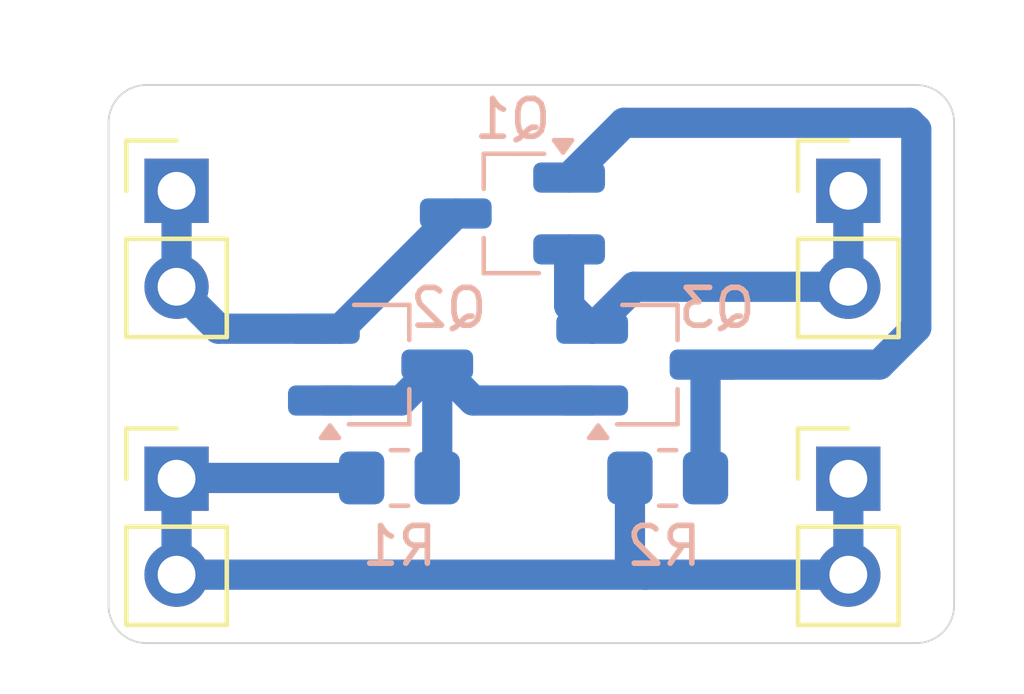
<source format=kicad_pcb>
(kicad_pcb (version 20240108) (generator "pcbnew") (generator_version "8.0")
  (title_block (title "Ideal Diode") (date "2024-04-20") (company "Perry Leuams"))
  (layers (0 "F.Cu" signal) (31 "B.Cu" signal) (34 "B.Paste" user) (35 "F.Paste" user) (36 "B.SilkS" user "B.Silkscreen") (37 "F.SilkS" user "F.Silkscreen") (38 "B.Mask" user) (39 "F.Mask" user) (44 "Edge.Cuts" user))
  (net 0 "")
  (net 1 "GND")
  (net 2 "/Vin")
  (net 3 "/Vout")
  (net 4 "Net-(Q1-G)")
  (net 5 "Net-(Q2-B)")
  (footprint "Connector_PinHeader_2.54mm:PinHeader_1x02_P2.54mm_Vertical" (layer "F.Cu") (at 167.78 100)
    (property "Reference" "J3" (hide yes))
    (property "Value" "Conn_01x02")
    (fp_line (start -1.33 -1.33) (end 0 -1.33) (stroke (width 0.12)) (layer "F.SilkS"))
    (fp_line (start -1.33 0) (end -1.33 -1.33) (stroke (width 0.12)) (layer "F.SilkS"))
    (fp_line (start -1.33 1.27) (end -1.33 3.87) (stroke (width 0.12)) (layer "F.SilkS"))
    (fp_line (start -1.33 1.27) (end 1.33 1.27) (stroke (width 0.12)) (layer "F.SilkS"))
    (fp_line (start -1.33 3.87) (end 1.33 3.87) (stroke (width 0.12)) (layer "F.SilkS"))
    (fp_line (start 1.33 1.27) (end 1.33 3.87) (stroke (width 0.12)) (layer "F.SilkS"))
    (pad "1" thru_hole rect (at 0 0) (size 1.7 1.7) (drill 1) (layers "*.Cu" "*.Mask") (net 3 "/Vout"))
    (pad "2" thru_hole oval (at 0 2.54) (size 1.7 1.7) (drill 1) (layers "*.Cu" "*.Mask") (net 3 "/Vout"))
  )
  (footprint "Connector_PinHeader_2.54mm:PinHeader_1x02_P2.54mm_Vertical" (layer "F.Cu") (at 167.78 107.62)
    (property "Reference" "J4" (hide yes))
    (property "Value" "Conn_01x02")
    (fp_line (start -1.33 -1.33) (end 0 -1.33) (stroke (width 0.12)) (layer "F.SilkS"))
    (fp_line (start -1.33 0) (end -1.33 -1.33) (stroke (width 0.12)) (layer "F.SilkS"))
    (fp_line (start -1.33 1.27) (end -1.33 3.87) (stroke (width 0.12)) (layer "F.SilkS"))
    (fp_line (start -1.33 1.27) (end 1.33 1.27) (stroke (width 0.12)) (layer "F.SilkS"))
    (fp_line (start -1.33 3.87) (end 1.33 3.87) (stroke (width 0.12)) (layer "F.SilkS"))
    (fp_line (start 1.33 1.27) (end 1.33 3.87) (stroke (width 0.12)) (layer "F.SilkS"))
    (pad "1" thru_hole rect (at 0 0) (size 1.7 1.7) (drill 1) (layers "*.Cu" "*.Mask") (net 1 "GND"))
    (pad "2" thru_hole oval (at 0 2.54) (size 1.7 1.7) (drill 1) (layers "*.Cu" "*.Mask") (net 1 "GND"))
  )
  (footprint "Connector_PinHeader_2.54mm:PinHeader_1x02_P2.54mm_Vertical" (layer "F.Cu") (at 150 107.62)
    (property "Reference" "J2" (hide yes))
    (property "Value" "Conn_01x02")
    (fp_line (start -1.33 -1.33) (end 0 -1.33) (stroke (width 0.12)) (layer "F.SilkS"))
    (fp_line (start -1.33 0) (end -1.33 -1.33) (stroke (width 0.12)) (layer "F.SilkS"))
    (fp_line (start -1.33 1.27) (end -1.33 3.87) (stroke (width 0.12)) (layer "F.SilkS"))
    (fp_line (start -1.33 1.27) (end 1.33 1.27) (stroke (width 0.12)) (layer "F.SilkS"))
    (fp_line (start -1.33 3.87) (end 1.33 3.87) (stroke (width 0.12)) (layer "F.SilkS"))
    (fp_line (start 1.33 1.27) (end 1.33 3.87) (stroke (width 0.12)) (layer "F.SilkS"))
    (pad "1" thru_hole rect (at 0 0) (size 1.7 1.7) (drill 1) (layers "*.Cu" "*.Mask") (net 1 "GND"))
    (pad "2" thru_hole oval (at 0 2.54) (size 1.7 1.7) (drill 1) (layers "*.Cu" "*.Mask") (net 1 "GND"))
  )
  (footprint "Connector_PinHeader_2.54mm:PinHeader_1x02_P2.54mm_Vertical" (layer "F.Cu") (at 150 100)
    (property "Reference" "J1" (hide yes))
    (property "Value" "Conn_01x02")
    (fp_line (start -1.33 -1.33) (end 0 -1.33) (stroke (width 0.12)) (layer "F.SilkS"))
    (fp_line (start -1.33 0) (end -1.33 -1.33) (stroke (width 0.12)) (layer "F.SilkS"))
    (fp_line (start -1.33 1.27) (end -1.33 3.87) (stroke (width 0.12)) (layer "F.SilkS"))
    (fp_line (start -1.33 1.27) (end 1.33 1.27) (stroke (width 0.12)) (layer "F.SilkS"))
    (fp_line (start -1.33 3.87) (end 1.33 3.87) (stroke (width 0.12)) (layer "F.SilkS"))
    (fp_line (start 1.33 1.27) (end 1.33 3.87) (stroke (width 0.12)) (layer "F.SilkS"))
    (pad "1" thru_hole rect (at 0 0) (size 1.7 1.7) (drill 1) (layers "*.Cu" "*.Mask") (net 2 "/Vin"))
    (pad "2" thru_hole oval (at 0 2.54) (size 1.7 1.7) (drill 1) (layers "*.Cu" "*.Mask") (net 2 "/Vin"))
  )
  (footprint "Resistor_SMD:R_0805_2012Metric_Pad1.20x1.40mm_HandSolder" (layer "B.Cu") (at 163 107.6 180)
    (property "Reference" "R2" (at 0.1 -1.8 180) (layer "B.SilkS") (effects (justify mirror)))
    (property "Value" "100k")
    (fp_line (start 0.227064 0.735) (end -0.227064 0.735) (stroke (width 0.12)) (layer "B.SilkS"))
    (fp_line (start 0.227064 -0.735) (end -0.227064 -0.735) (stroke (width 0.12)) (layer "B.SilkS"))
    (pad "1" smd roundrect (at -1 0 180) (size 1.2 1.4) (layers "B.Cu" "B.Paste" "B.Mask") (roundrect_rratio 0.208333) (net 4 "Net-(Q1-G)"))
    (pad "2" smd roundrect (at 1 0 180) (size 1.2 1.4) (layers "B.Cu" "B.Paste" "B.Mask") (roundrect_rratio 0.208333) (net 1 "GND"))
  )
  (footprint "Resistor_SMD:R_0805_2012Metric_Pad1.20x1.40mm_HandSolder" (layer "B.Cu") (at 155.9 107.6 180)
    (property "Reference" "R1" (at 0 -1.8 180) (layer "B.SilkS") (effects (justify mirror)))
    (property "Value" "65k")
    (fp_line (start 0.227064 0.735) (end -0.227064 0.735) (stroke (width 0.12)) (layer "B.SilkS"))
    (fp_line (start 0.227064 -0.735) (end -0.227064 -0.735) (stroke (width 0.12)) (layer "B.SilkS"))
    (pad "1" smd roundrect (at -1 0 180) (size 1.2 1.4) (layers "B.Cu" "B.Paste" "B.Mask") (roundrect_rratio 0.208333) (net 5 "Net-(Q2-B)"))
    (pad "2" smd roundrect (at 1 0 180) (size 1.2 1.4) (layers "B.Cu" "B.Paste" "B.Mask") (roundrect_rratio 0.208333) (net 1 "GND"))
  )
  (footprint "Package_TO_SOT_SMD:SOT-23_Handsoldering" (layer "B.Cu") (at 158.89 100.6 180)
    (property "Reference" "Q1" (at 0 2.5 180) (layer "B.SilkS") (effects (justify mirror)))
    (property "Value" "DMP4065S-7")
    (fp_line (start 0.76 1.58) (end -0.04 1.58) (stroke (width 0.12)) (layer "B.SilkS"))
    (fp_line (start 0.76 0.65) (end 0.76 1.58) (stroke (width 0.12)) (layer "B.SilkS"))
    (fp_line (start 0.76 -0.65) (end 0.76 -1.58) (stroke (width 0.12)) (layer "B.SilkS"))
    (fp_line (start -0.7 -1.58) (end 0.76 -1.58) (stroke (width 0.12)) (layer "B.SilkS"))
    (fp_line (start -0.84 1.58) (end -0.04 1.58) (stroke (width 0.12)) (layer "B.SilkS"))
    (fp_poly (pts (xy -1.34 1.61) (xy -1.58 1.94) (xy -1.1 1.94) (xy -1.34 1.61)) (stroke (width 0.12)) (fill solid) (layer "B.SilkS"))
    (pad "1" smd roundrect (at -1.5 0.95 180) (size 1.9 0.8) (layers "B.Cu" "B.Paste" "B.Mask") (net 4 "Net-(Q1-G)"))
    (pad "2" smd roundrect (at -1.5 -0.95 180) (size 1.9 0.8) (layers "B.Cu" "B.Paste" "B.Mask") (net 3 "/Vout"))
    (pad "3" smd roundrect (at 1.5 0 180) (size 1.9 0.8) (layers "B.Cu" "B.Paste" "B.Mask") (net 2 "/Vin"))
  )
  (footprint "Package_TO_SOT_SMD:SOT-23_Handsoldering" (layer "B.Cu") (at 155.4 104.6)
    (property "Reference" "Q2" (at 1.8 -1.5 180) (layer "B.SilkS") (effects (justify mirror)))
    (property "Value" "PMBT3906.235")
    (fp_line (start -0.84 1.58) (end -0.04 1.58) (stroke (width 0.12)) (layer "B.SilkS"))
    (fp_line (start -0.7 -1.58) (end 0.76 -1.58) (stroke (width 0.12)) (layer "B.SilkS"))
    (fp_line (start 0.76 -0.65) (end 0.76 -1.58) (stroke (width 0.12)) (layer "B.SilkS"))
    (fp_line (start 0.76 0.65) (end 0.76 1.58) (stroke (width 0.12)) (layer "B.SilkS"))
    (fp_line (start 0.76 1.58) (end -0.04 1.58) (stroke (width 0.12)) (layer "B.SilkS"))
    (fp_poly (pts (xy -1.34 1.61) (xy -1.58 1.94) (xy -1.1 1.94) (xy -1.34 1.61)) (stroke (width 0.12)) (fill solid) (layer "B.SilkS"))
    (pad "1" smd roundrect (at -1.5 0.95) (size 1.9 0.8) (layers "B.Cu" "B.Paste" "B.Mask") (net 5 "Net-(Q2-B)"))
    (pad "2" smd roundrect (at -1.5 -0.95) (size 1.9 0.8) (layers "B.Cu" "B.Paste" "B.Mask") (net 2 "/Vin"))
    (pad "3" smd roundrect (at 1.5 0) (size 1.9 0.8) (layers "B.Cu" "B.Paste" "B.Mask") (net 5 "Net-(Q2-B)"))
  )
  (footprint "Package_TO_SOT_SMD:SOT-23_Handsoldering" (layer "B.Cu") (at 162.5 104.6)
    (property "Reference" "Q3" (at 1.8 -1.5 0) (layer "B.SilkS") (effects (justify mirror)))
    (property "Value" "PMBT3906.235")
    (fp_line (start -0.84 1.58) (end -0.04 1.58) (stroke (width 0.12)) (layer "B.SilkS"))
    (fp_line (start -0.7 -1.58) (end 0.76 -1.58) (stroke (width 0.12)) (layer "B.SilkS"))
    (fp_line (start 0.76 -0.65) (end 0.76 -1.58) (stroke (width 0.12)) (layer "B.SilkS"))
    (fp_line (start 0.76 0.65) (end 0.76 1.58) (stroke (width 0.12)) (layer "B.SilkS"))
    (fp_line (start 0.76 1.58) (end -0.04 1.58) (stroke (width 0.12)) (layer "B.SilkS"))
    (fp_poly (pts (xy -1.34 1.61) (xy -1.58 1.94) (xy -1.1 1.94) (xy -1.34 1.61)) (stroke (width 0.12)) (fill solid) (layer "B.SilkS"))
    (pad "1" smd roundrect (at -1.5 0.95) (size 1.9 0.8) (layers "B.Cu" "B.Paste" "B.Mask") (net 5 "Net-(Q2-B)"))
    (pad "2" smd roundrect (at -1.5 -0.95) (size 1.9 0.8) (layers "B.Cu" "B.Paste" "B.Mask") (net 3 "/Vout"))
    (pad "3" smd roundrect (at 1.5 0) (size 1.9 0.8) (layers "B.Cu" "B.Paste" "B.Mask") (net 4 "Net-(Q1-G)"))
  )
  (gr_arc (start 170.58 110.97) (mid 170.287107 111.677107) (end 169.58 111.97) (stroke (width 0.05)) (layer "Edge.Cuts"))
  (gr_arc (start 169.58 97.2) (mid 170.287107 97.492893) (end 170.58 98.2) (stroke (width 0.05)) (layer "Edge.Cuts"))
  (gr_line (start 148.2 110.97) (end 148.2 98.2) (stroke (width 0.05)) (layer "Edge.Cuts"))
  (gr_line (start 169.58 111.97) (end 149.2 111.97) (stroke (width 0.05)) (layer "Edge.Cuts"))
  (gr_line (start 149.2 97.2) (end 169.58 97.2) (stroke (width 0.05)) (layer "Edge.Cuts"))
  (gr_arc (start 148.2 98.2) (mid 148.492893 97.492893) (end 149.2 97.2) (stroke (width 0.05)) (layer "Edge.Cuts"))
  (gr_line (start 170.58 98.2) (end 170.58 110.97) (stroke (width 0.05)) (layer "Edge.Cuts"))
  (gr_arc (start 149.2 111.97) (mid 148.492893 111.677107) (end 148.2 110.97) (stroke (width 0.05)) (layer "Edge.Cuts"))
  (segment (start 150.02 107.6) (end 150 107.62) (width 0.8) (layer "B.Cu") (net 1))
  (segment (start 162 109.76) (end 162.4 110.16) (width 0.8) (layer "B.Cu") (net 1))
  (segment (start 162 107.6) (end 162 109.76) (width 0.8) (layer "B.Cu") (net 1))
  (segment (start 150 110.16) (end 150 107.62) (width 0.8) (layer "B.Cu") (net 1))
  (segment (start 167.78 110.16) (end 162.4 110.16) (width 0.8) (layer "B.Cu") (net 1))
  (segment (start 167.78 107.62) (end 167.78 110.16) (width 0.8) (layer "B.Cu") (net 1))
  (segment (start 162.4 110.16) (end 150 110.16) (width 0.8) (layer "B.Cu") (net 1))
  (segment (start 154.9 107.6) (end 150.02 107.6) (width 0.8) (layer "B.Cu") (net 1))
  (segment (start 153.9 103.65) (end 154.34 103.65) (width 0.8) (layer "B.Cu") (net 2))
  (segment (start 151.11 103.65) (end 150 102.54) (width 0.8) (layer "B.Cu") (net 2))
  (segment (start 150 100) (end 150 102.54) (width 0.8) (layer "B.Cu") (net 2))
  (segment (start 154.34 103.65) (end 157.39 100.6) (width 0.8) (layer "B.Cu") (net 2))
  (segment (start 153.9 103.65) (end 151.11 103.65) (width 0.8) (layer "B.Cu") (net 2))
  (segment (start 162.11 102.54) (end 161 103.65) (width 0.8) (layer "B.Cu") (net 3))
  (segment (start 160.39 101.55) (end 160.39 103.04) (width 0.8) (layer "B.Cu") (net 3))
  (segment (start 167.78 102.54) (end 162.11 102.54) (width 0.8) (layer "B.Cu") (net 3))
  (segment (start 167.78 100) (end 167.78 102.54) (width 0.8) (layer "B.Cu") (net 3))
  (segment (start 160.39 103.04) (end 161 103.65) (width 0.8) (layer "B.Cu") (net 3))
  (segment (start 164 107.6) (end 164 104.6) (width 0.8) (layer "B.Cu") (net 4))
  (segment (start 169.4 98.2) (end 161.84 98.2) (width 0.8) (layer "B.Cu") (net 4))
  (segment (start 168.6 104.6) (end 169.578157 103.621843) (width 0.8) (layer "B.Cu") (net 4))
  (segment (start 169.578157 98.378157) (end 169.4 98.2) (width 0.8) (layer "B.Cu") (net 4))
  (segment (start 164 104.6) (end 168.6 104.6) (width 0.8) (layer "B.Cu") (net 4))
  (segment (start 161.84 98.2) (end 160.39 99.65) (width 0.8) (layer "B.Cu") (net 4))
  (segment (start 169.578157 103.621843) (end 169.578157 98.378157) (width 0.8) (layer "B.Cu") (net 4))
  (segment (start 156.9 104.6) (end 156.9 107.6) (width 0.8) (layer "B.Cu") (net 5))
  (segment (start 155.95 105.55) (end 156.9 104.6) (width 0.8) (layer "B.Cu") (net 5))
  (segment (start 153.9 105.55) (end 155.95 105.55) (width 0.8) (layer "B.Cu") (net 5))
  (segment (start 161 105.55) (end 157.85 105.55) (width 0.8) (layer "B.Cu") (net 5))
  (segment (start 157.85 105.55) (end 156.9 104.6) (width 0.8) (layer "B.Cu") (net 5))
)
</source>
